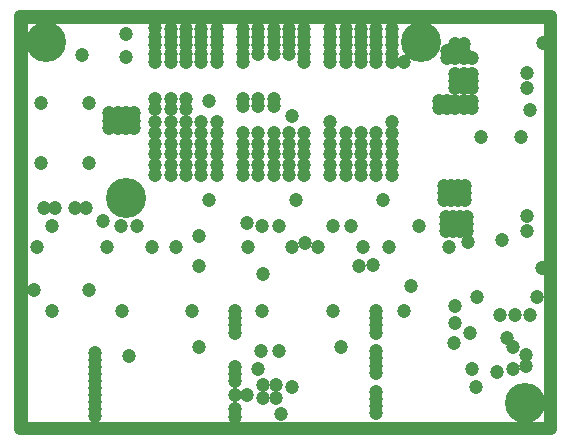
<source format=gbr>
%TF.GenerationSoftware,Altium Limited,Altium Designer,21.4.1 (30)*%
G04 Layer_Physical_Order=2*
G04 Layer_Color=32768*
%FSLAX26Y26*%
%MOIN*%
%TF.SameCoordinates,1A054405-282A-4FF3-8963-BB1B344CA64D*%
%TF.FilePolarity,Negative*%
%TF.FileFunction,Copper,L2,Inr,Plane*%
%TF.Part,Single*%
G01*
G75*
%TA.AperFunction,NonConductor*%
%ADD29C,0.010000*%
%ADD30C,0.040000*%
%TA.AperFunction,ViaPad*%
%ADD31C,0.133858*%
%ADD32C,0.047244*%
D29*
X19686Y1358267D02*
X1751968D01*
Y19685D02*
Y1358267D01*
X19686Y19685D02*
X1751968D01*
X19686D02*
Y1358267D01*
D30*
X0Y0D02*
X1771653D01*
Y1377953D01*
X0D02*
X1771653D01*
X0Y0D02*
Y1377953D01*
D31*
X1338582Y1291339D02*
D03*
X86614D02*
D03*
X354330Y771653D02*
D03*
X1685040Y86615D02*
D03*
D32*
X598425Y645669D02*
D03*
X337598Y677167D02*
D03*
X952756Y621287D02*
D03*
X812008Y517990D02*
D03*
X863190Y677165D02*
D03*
X1303150Y476378D02*
D03*
X1331692Y677165D02*
D03*
X1432295Y606299D02*
D03*
X909448Y1043307D02*
D03*
X1103348Y677167D02*
D03*
X1282086Y1224409D02*
D03*
X757874Y687008D02*
D03*
Y114173D02*
D03*
X279528Y692913D02*
D03*
X354330Y1318897D02*
D03*
X1692914Y661417D02*
D03*
X1232284Y606299D02*
D03*
X1484252Y811024D02*
D03*
X1437008Y763779D02*
D03*
X1413386D02*
D03*
X1460630Y787750D02*
D03*
X1437008Y787402D02*
D03*
Y811024D02*
D03*
X1413386D02*
D03*
Y787402D02*
D03*
X1460630Y811371D02*
D03*
X1484252Y763779D02*
D03*
Y787402D02*
D03*
X1460630Y764128D02*
D03*
X1643085Y273623D02*
D03*
X1623114Y303149D02*
D03*
X855314Y105315D02*
D03*
X812008D02*
D03*
X855314Y148621D02*
D03*
X812008D02*
D03*
X872048Y51181D02*
D03*
X909646Y139763D02*
D03*
X1688976Y247046D02*
D03*
X1129922Y543307D02*
D03*
X1177165Y549213D02*
D03*
X1500128Y320867D02*
D03*
X1448818Y288385D02*
D03*
X629922Y763953D02*
D03*
X1522406Y139763D02*
D03*
X1591326Y190083D02*
D03*
X1724409Y440944D02*
D03*
X1688976Y212598D02*
D03*
X1643085Y200787D02*
D03*
X1507874D02*
D03*
X108858Y393701D02*
D03*
X341142D02*
D03*
X573426D02*
D03*
X1282086D02*
D03*
X208662Y1248031D02*
D03*
X354330Y1240157D02*
D03*
X232284Y887401D02*
D03*
X1452983Y410711D02*
D03*
X1652362Y379921D02*
D03*
X1602362D02*
D03*
X1523851Y440944D02*
D03*
X1739707Y536283D02*
D03*
X1493864Y624471D02*
D03*
X1702362Y379921D02*
D03*
X795276Y202755D02*
D03*
X806102Y259843D02*
D03*
X863190D02*
D03*
X1692914Y711221D02*
D03*
X1452983Y353625D02*
D03*
X1700788Y1063977D02*
D03*
X1692914Y1187599D02*
D03*
X1607511Y630906D02*
D03*
X1746203Y1287599D02*
D03*
X1692914Y1137599D02*
D03*
X1539370Y974409D02*
D03*
X1671260D02*
D03*
X1145670Y606299D02*
D03*
X996064D02*
D03*
X1070866Y273623D02*
D03*
X598284Y543307D02*
D03*
Y273623D02*
D03*
X809646Y393701D02*
D03*
X366142Y244095D02*
D03*
X232284Y1087401D02*
D03*
Y464986D02*
D03*
X220472Y736221D02*
D03*
X185039D02*
D03*
X118110D02*
D03*
X82677D02*
D03*
X70866Y887401D02*
D03*
X47244Y464567D02*
D03*
X109254Y677167D02*
D03*
X522884Y606299D02*
D03*
X58858D02*
D03*
X70866Y1087401D02*
D03*
X1212796Y763953D02*
D03*
X921456D02*
D03*
X381890Y1027559D02*
D03*
X299212D02*
D03*
Y1003937D02*
D03*
Y1055117D02*
D03*
X326772Y1003937D02*
D03*
X354330Y1027559D02*
D03*
X503938Y1334645D02*
D03*
X354330Y1055119D02*
D03*
X326772D02*
D03*
X381890D02*
D03*
Y1003937D02*
D03*
X452756Y1279527D02*
D03*
Y1224409D02*
D03*
Y1307087D02*
D03*
Y1338579D02*
D03*
X326772Y1027559D02*
D03*
X354330Y1003937D02*
D03*
X250492Y255905D02*
D03*
X717008Y393371D02*
D03*
X452756Y1251969D02*
D03*
X1188976Y101377D02*
D03*
Y124999D02*
D03*
X716536Y66929D02*
D03*
Y41337D02*
D03*
Y114173D02*
D03*
Y161417D02*
D03*
Y185039D02*
D03*
Y208661D02*
D03*
Y346457D02*
D03*
Y370079D02*
D03*
Y320867D02*
D03*
X1188976Y259843D02*
D03*
Y322835D02*
D03*
Y393701D02*
D03*
Y370079D02*
D03*
Y346457D02*
D03*
Y236221D02*
D03*
Y55119D02*
D03*
Y212599D02*
D03*
Y78741D02*
D03*
Y188977D02*
D03*
X250492Y90551D02*
D03*
Y66929D02*
D03*
Y114173D02*
D03*
Y43307D02*
D03*
Y137795D02*
D03*
Y208661D02*
D03*
Y232283D02*
D03*
Y185039D02*
D03*
Y161417D02*
D03*
X1240158Y1224409D02*
D03*
Y1279527D02*
D03*
Y1307087D02*
D03*
Y1334645D02*
D03*
Y1251969D02*
D03*
X795276D02*
D03*
X846456D02*
D03*
X897638D02*
D03*
X1137796Y1334645D02*
D03*
X1035434D02*
D03*
X1086614D02*
D03*
X1188976D02*
D03*
X606300D02*
D03*
X657480D02*
D03*
X555118D02*
D03*
X657480Y1279527D02*
D03*
Y1307087D02*
D03*
Y1224409D02*
D03*
Y1251969D02*
D03*
X1035434Y1279527D02*
D03*
Y1307087D02*
D03*
Y1224409D02*
D03*
Y1251969D02*
D03*
X744094Y1279527D02*
D03*
Y1307087D02*
D03*
Y1224409D02*
D03*
Y1251969D02*
D03*
X948820D02*
D03*
Y1224409D02*
D03*
Y1307087D02*
D03*
Y1279527D02*
D03*
X846456Y1334645D02*
D03*
X744094D02*
D03*
X795276D02*
D03*
X948820D02*
D03*
X897638D02*
D03*
Y1307087D02*
D03*
Y1279527D02*
D03*
X846456D02*
D03*
Y1307087D02*
D03*
X795276D02*
D03*
Y1279527D02*
D03*
X1137796Y1224409D02*
D03*
X1188976D02*
D03*
X1086614D02*
D03*
Y1251969D02*
D03*
X1137796D02*
D03*
X1188976D02*
D03*
X1086614Y1279527D02*
D03*
X1137796Y1307087D02*
D03*
Y1279527D02*
D03*
X1188976D02*
D03*
Y1307087D02*
D03*
X1086614D02*
D03*
X555118Y1224409D02*
D03*
X606300D02*
D03*
X503938D02*
D03*
Y1251969D02*
D03*
X555118D02*
D03*
X606300D02*
D03*
X503938Y1279527D02*
D03*
Y1307087D02*
D03*
X555118D02*
D03*
Y1279527D02*
D03*
X606300D02*
D03*
Y1307087D02*
D03*
X1240159Y952755D02*
D03*
Y917323D02*
D03*
Y846457D02*
D03*
Y881889D02*
D03*
Y1023621D02*
D03*
Y988189D02*
D03*
X1188977D02*
D03*
Y881889D02*
D03*
Y846457D02*
D03*
Y917323D02*
D03*
Y952755D02*
D03*
X1137797Y988189D02*
D03*
Y881889D02*
D03*
Y846457D02*
D03*
Y917323D02*
D03*
Y952755D02*
D03*
X1086615Y988189D02*
D03*
Y881889D02*
D03*
Y846457D02*
D03*
Y917323D02*
D03*
Y952755D02*
D03*
X1035435D02*
D03*
Y917323D02*
D03*
Y846457D02*
D03*
Y881889D02*
D03*
Y1023621D02*
D03*
Y988189D02*
D03*
X909448Y606299D02*
D03*
X897639Y988189D02*
D03*
X795277D02*
D03*
X846457D02*
D03*
X795276Y1102363D02*
D03*
X846456D02*
D03*
X1421260Y708661D02*
D03*
Y661417D02*
D03*
X1444882Y708661D02*
D03*
X1468504Y685039D02*
D03*
X1492126Y661417D02*
D03*
X1444882Y661417D02*
D03*
X1421260Y685039D02*
D03*
X1444882D02*
D03*
X1468504Y661417D02*
D03*
X1492126Y685039D02*
D03*
Y708661D02*
D03*
X1468504Y708661D02*
D03*
X744094Y1102363D02*
D03*
Y1078741D02*
D03*
X744095Y988189D02*
D03*
Y881889D02*
D03*
Y846457D02*
D03*
Y917323D02*
D03*
Y952755D02*
D03*
X795277D02*
D03*
Y917323D02*
D03*
Y846457D02*
D03*
Y881889D02*
D03*
X795276Y1078741D02*
D03*
X846457Y952755D02*
D03*
Y917323D02*
D03*
Y846457D02*
D03*
Y881889D02*
D03*
X846456Y1078741D02*
D03*
X897639Y952755D02*
D03*
Y917323D02*
D03*
Y846457D02*
D03*
Y881889D02*
D03*
X948819Y988189D02*
D03*
Y881889D02*
D03*
Y846457D02*
D03*
Y917323D02*
D03*
Y952755D02*
D03*
X1452756Y1185039D02*
D03*
X1480316Y1161417D02*
D03*
X1507874Y1185039D02*
D03*
Y1161417D02*
D03*
X1480316Y1185039D02*
D03*
X1452756Y1161417D02*
D03*
X1507874Y1137795D02*
D03*
X1480316D02*
D03*
X1452756D02*
D03*
X1397638Y1070865D02*
D03*
X1425196Y1094489D02*
D03*
X1452756Y1070865D02*
D03*
Y1094489D02*
D03*
X1507874Y1070865D02*
D03*
X1397638Y1094489D02*
D03*
X1480316D02*
D03*
Y1070865D02*
D03*
X1425196D02*
D03*
X1507874Y1094489D02*
D03*
X1045866Y677167D02*
D03*
X809646D02*
D03*
X391142D02*
D03*
X629922Y1094489D02*
D03*
X759842Y606299D02*
D03*
X291142D02*
D03*
X441142D02*
D03*
X1425196Y1260391D02*
D03*
X1452564Y1236769D02*
D03*
X1480124D02*
D03*
X1507682D02*
D03*
X1425196D02*
D03*
X1480124Y1260391D02*
D03*
Y1284013D02*
D03*
X1452564D02*
D03*
Y1260391D02*
D03*
X657481Y952755D02*
D03*
Y917323D02*
D03*
Y846457D02*
D03*
Y881889D02*
D03*
Y1023621D02*
D03*
Y988189D02*
D03*
X606301D02*
D03*
Y1023621D02*
D03*
Y881889D02*
D03*
Y846457D02*
D03*
Y917323D02*
D03*
Y952755D02*
D03*
X555118Y1102363D02*
D03*
Y1066929D02*
D03*
X555119Y988189D02*
D03*
Y1023621D02*
D03*
Y881889D02*
D03*
Y846457D02*
D03*
Y917323D02*
D03*
Y952755D02*
D03*
X503938Y1102363D02*
D03*
Y1066929D02*
D03*
X503939Y988189D02*
D03*
Y1023621D02*
D03*
Y881889D02*
D03*
Y846457D02*
D03*
Y917323D02*
D03*
Y952755D02*
D03*
X452757D02*
D03*
Y917323D02*
D03*
Y846457D02*
D03*
Y881889D02*
D03*
Y1023621D02*
D03*
Y988189D02*
D03*
X452756Y1066929D02*
D03*
Y1102363D02*
D03*
X1045866Y393701D02*
D03*
%TF.MD5,d6bbc9f228a74d42b50f2a58ac689eb0*%
M02*

</source>
